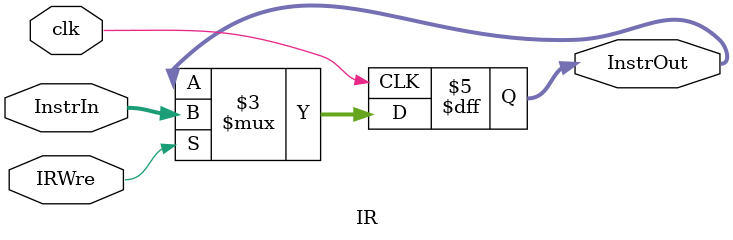
<source format=v>
`timescale 1ns / 1ps

module IR(
    clk, IRWre, InstrIn, InstrOut
);

input clk;
input IRWre;
input [31:0] InstrIn;
output [31:0] InstrOut;

wire clk;
wire IRWre;
wire [31:0] InstrIn;
reg [31:0] InstrOut;

initial
begin
    // 初始化数据
    InstrOut <= 32'b0;
end

always @(posedge clk) 
begin
    if(IRWre)
    begin
        InstrOut <= InstrIn;
    end
end

endmodule

</source>
